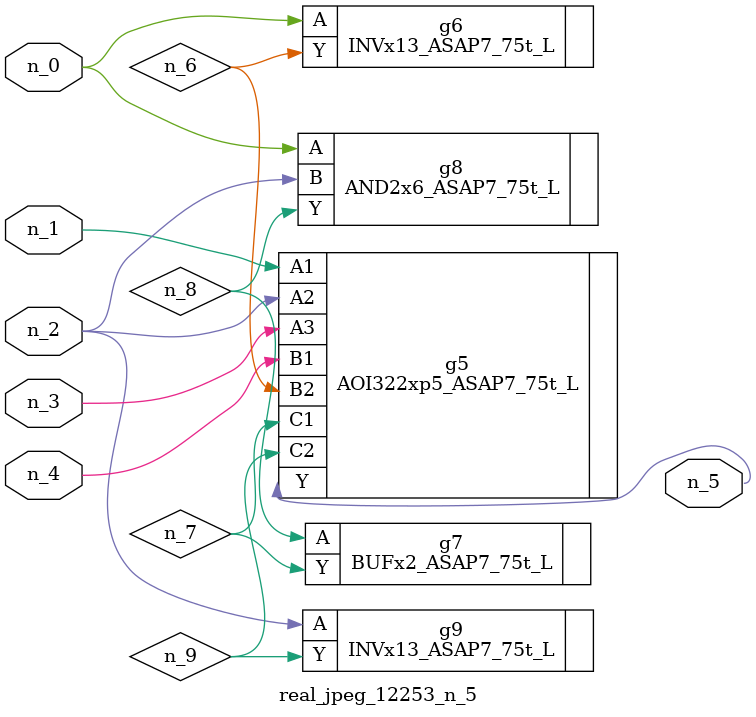
<source format=v>
module real_jpeg_12253_n_5 (n_4, n_0, n_1, n_2, n_3, n_5);

input n_4;
input n_0;
input n_1;
input n_2;
input n_3;

output n_5;

wire n_8;
wire n_6;
wire n_7;
wire n_9;

INVx13_ASAP7_75t_L g6 ( 
.A(n_0),
.Y(n_6)
);

AND2x6_ASAP7_75t_L g8 ( 
.A(n_0),
.B(n_2),
.Y(n_8)
);

AOI322xp5_ASAP7_75t_L g5 ( 
.A1(n_1),
.A2(n_2),
.A3(n_3),
.B1(n_4),
.B2(n_6),
.C1(n_7),
.C2(n_9),
.Y(n_5)
);

INVx13_ASAP7_75t_L g9 ( 
.A(n_2),
.Y(n_9)
);

BUFx2_ASAP7_75t_L g7 ( 
.A(n_8),
.Y(n_7)
);


endmodule
</source>
